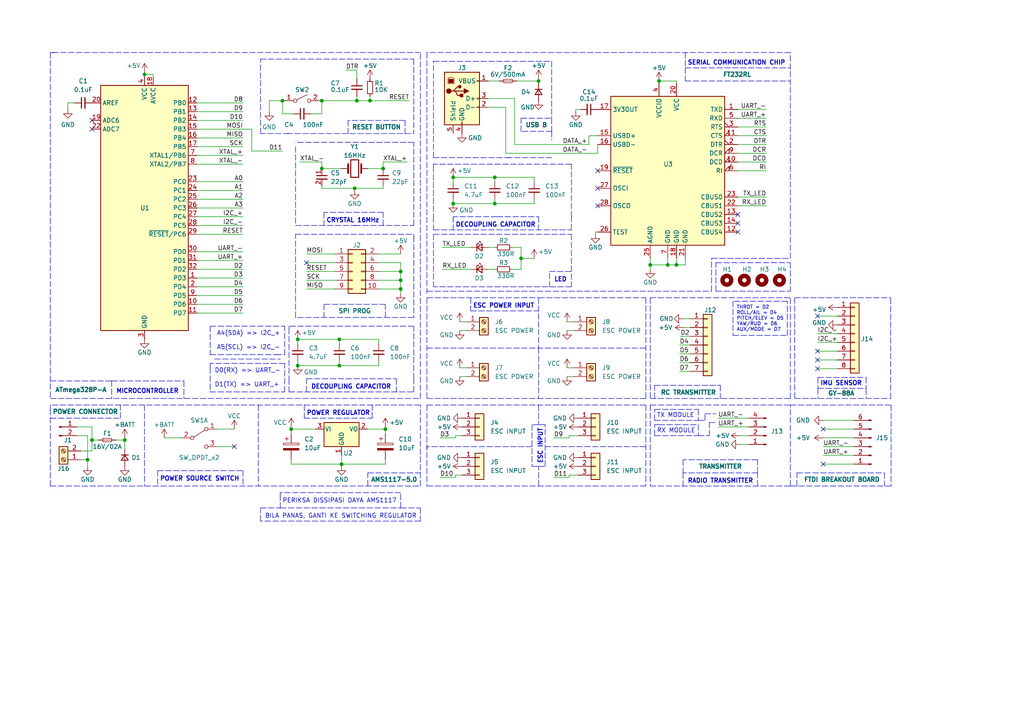
<source format=kicad_sch>
(kicad_sch (version 20211123) (generator eeschema)
  (paper "A4")
  (junction (at 81.915 29.21))
  (junction (at 103.505 29.21))
  (junction (at 25.4 133.35))
  (junction (at 99.06 134.62))
  (junction (at 107.315 29.21))
  (junction (at 196.215 76.835))
  (junction (at 36.195 127.635))
  (junction (at 143.51 51.435))
  (junction (at 41.91 21.59))
  (junction (at 156.21 23.495))
  (junction (at 98.425 98.425))
  (junction (at 93.345 29.21))
  (junction (at 131.445 59.055))
  (junction (at 111.76 124.46))
  (junction (at 98.425 106.045))
  (junction (at 151.13 74.93))
  (junction (at 116.205 83.82))
  (junction (at 193.675 76.835))
  (junction (at 26.67 127.635))
  (junction (at 191.135 23.495))
  (junction (at 86.36 106.045))
  (junction (at 188.595 76.835))
  (junction (at 116.205 78.74))
  (junction (at 131.445 51.435))
  (junction (at 116.205 81.28))
  (junction (at 86.36 98.425))
  (junction (at 111.125 48.895))
  (junction (at 93.345 48.895))
  (junction (at 102.87 54.61))
  (junction (at 84.455 124.46))
  (junction (at 143.51 59.055))
  (no_connect (at 238.76 134.62))
  (no_connect (at 213.995 62.23))
  (no_connect (at 67.945 129.54))
  (no_connect (at 88.9 76.2))
  (no_connect (at 237.109 106.934))
  (no_connect (at 213.995 64.77))
  (no_connect (at 173.355 54.61))
  (no_connect (at 26.67 37.465))
  (no_connect (at 237.109 104.394))
  (no_connect (at 237.109 101.854))
  (no_connect (at 173.355 49.53))
  (no_connect (at 213.995 67.31))
  (no_connect (at 173.355 59.69))
  (no_connect (at 238.76 124.46))
  (no_connect (at 26.67 34.925))
  (no_connect (at 237.109 91.694))
  (polyline (pts (xy 231.14 137.16) (xy 256.54 137.16)))
  (wire (pts (xy 213.995 46.99) (xy 222.25 46.99)))
  (wire (pts (xy 109.855 83.82) (xy 116.205 83.82)))
  (polyline (pts (xy 237.236 109.474) (xy 237.236 112.649)))
  (polyline (pts (xy 156.21 100.965) (xy 156.21 115.57)))
  (polyline (pts (xy 114.935 109.855) (xy 114.935 113.665)))
  (polyline (pts (xy 15.875 15.24) (xy 14.605 15.24)))
  (polyline (pts (xy 228.346 97.282) (xy 228.346 87.376)))
  (wire (pts (xy 154.94 74.93) (xy 151.13 74.93)))
  (wire (pts (xy 85.09 33.02) (xy 81.915 33.02)))
  (polyline (pts (xy 82.55 113.665) (xy 82.55 105.41)))
  (polyline (pts (xy 187.325 115.57) (xy 156.21 115.57)))
  (wire (pts (xy 57.15 37.465) (xy 73.025 37.465)))
  (polyline (pts (xy 165.735 62.865) (xy 165.735 47.625)))
  (wire (pts (xy 160.655 138.43) (xy 165.1 138.43)))
  (wire (pts (xy 156.21 23.495) (xy 156.21 24.13)))
  (wire (pts (xy 196.215 23.495) (xy 196.215 24.13)))
  (wire (pts (xy 237.109 99.314) (xy 242.824 99.314)))
  (polyline (pts (xy 160.02 38.1) (xy 160.02 40.64)))
  (polyline (pts (xy 219.71 137.16) (xy 219.71 133.35)))
  (wire (pts (xy 111.76 134.62) (xy 111.76 133.35)))
  (polyline (pts (xy 125.73 67.945) (xy 125.73 83.185)))
  (polyline (pts (xy 191.135 123.19) (xy 202.565 123.19)))
  (wire (pts (xy 149.225 28.575) (xy 149.225 41.91)))
  (wire (pts (xy 143.51 51.435) (xy 154.94 51.435)))
  (wire (pts (xy 62.865 124.46) (xy 67.945 124.46)))
  (wire (pts (xy 131.445 59.055) (xy 143.51 59.055)))
  (wire (pts (xy 109.855 106.045) (xy 109.855 104.775)))
  (polyline (pts (xy 189.865 121.92) (xy 202.565 121.92)))
  (polyline (pts (xy 165.735 83.185) (xy 125.73 83.185)))
  (polyline (pts (xy 125.73 47.625) (xy 125.73 48.26)))
  (polyline (pts (xy 158.115 135.255) (xy 158.115 123.19)))
  (polyline (pts (xy 120.015 109.855) (xy 120.015 94.615)))
  (wire (pts (xy 173.355 44.45) (xy 173.355 41.91)))
  (wire (pts (xy 33.655 127.635) (xy 36.195 127.635)))
  (wire (pts (xy 198.374 94.996) (xy 200.152 94.996)))
  (polyline (pts (xy 123.825 117.475) (xy 187.325 117.475)))
  (polyline (pts (xy 125.73 45.72) (xy 125.73 17.78)))
  (wire (pts (xy 154.94 59.055) (xy 154.94 57.785)))
  (wire (pts (xy 98.425 106.045) (xy 109.855 106.045)))
  (wire (pts (xy 191.135 23.495) (xy 196.215 23.495)))
  (polyline (pts (xy 154.305 129.54) (xy 123.825 129.54)))
  (wire (pts (xy 78.105 29.21) (xy 81.915 29.21)))
  (polyline (pts (xy 202.565 123.19) (xy 202.565 126.365)))
  (wire (pts (xy 99.06 134.62) (xy 84.455 134.62)))
  (wire (pts (xy 197.104 100.076) (xy 200.152 100.076)))
  (polyline (pts (xy 125.73 48.26) (xy 125.73 62.865)))
  (polyline (pts (xy 41.91 117.475) (xy 41.91 140.97)))
  (polyline (pts (xy 151.13 38.1) (xy 151.13 34.29)))
  (polyline (pts (xy 123.825 24.13) (xy 123.825 85.09)))
  (wire (pts (xy 111.125 48.895) (xy 111.125 46.99)))
  (polyline (pts (xy 158.115 129.54) (xy 187.325 129.54)))
  (wire (pts (xy 127.635 138.43) (xy 132.08 138.43)))
  (wire (pts (xy 128.27 71.755) (xy 136.525 71.755)))
  (polyline (pts (xy 62.23 104.14) (xy 81.28 104.14)))
  (wire (pts (xy 237.109 106.934) (xy 242.824 106.934)))
  (polyline (pts (xy 229.235 140.97) (xy 229.235 117.475)))
  (polyline (pts (xy 160.02 38.1) (xy 151.13 38.1)))
  (wire (pts (xy 57.15 83.185) (xy 70.485 83.185)))
  (wire (pts (xy 127.635 127) (xy 132.08 127)))
  (polyline (pts (xy 106.68 137.16) (xy 121.92 137.16)))
  (wire (pts (xy 86.36 104.775) (xy 86.36 106.045)))
  (wire (pts (xy 111.125 53.975) (xy 111.125 54.61)))
  (wire (pts (xy 86.36 99.695) (xy 86.36 98.425)))
  (polyline (pts (xy 159.385 78.74) (xy 165.735 78.74)))
  (polyline (pts (xy 75.565 147.32) (xy 81.28 147.32)))
  (wire (pts (xy 111.76 123.825) (xy 111.76 124.46)))
  (polyline (pts (xy 120.015 94.615) (xy 83.82 94.615)))
  (wire (pts (xy 168.275 31.75) (xy 167.005 31.75)))
  (polyline (pts (xy 93.98 88.265) (xy 93.98 92.075)))
  (polyline (pts (xy 144.145 62.865) (xy 156.21 62.865)))
  (polyline (pts (xy 14.605 117.475) (xy 14.605 119.38)))
  (polyline (pts (xy 189.865 115.57) (xy 189.865 111.76)))
  (wire (pts (xy 88.9 73.66) (xy 97.155 73.66)))
  (wire (pts (xy 109.855 81.28) (xy 116.205 81.28)))
  (polyline (pts (xy 123.825 86.36) (xy 156.21 86.36)))
  (polyline (pts (xy 70.485 136.525) (xy 70.485 140.97)))
  (wire (pts (xy 103.505 27.94) (xy 103.505 29.21)))
  (wire (pts (xy 133.35 93.345) (xy 135.255 93.345)))
  (polyline (pts (xy 156.21 86.36) (xy 187.325 86.36)))
  (polyline (pts (xy 206.375 74.93) (xy 229.235 74.93)))
  (wire (pts (xy 141.605 71.755) (xy 143.51 71.755)))
  (polyline (pts (xy 82.55 102.87) (xy 82.55 102.87)))
  (polyline (pts (xy 188.595 117.475) (xy 229.235 117.475)))
  (wire (pts (xy 196.215 74.93) (xy 196.215 76.835)))
  (polyline (pts (xy 207.645 84.455) (xy 229.235 84.455)))
  (wire (pts (xy 57.15 85.725) (xy 70.485 85.725)))
  (polyline (pts (xy 202.565 126.365) (xy 205.74 126.365)))
  (polyline (pts (xy 160.02 17.78) (xy 160.02 34.29)))
  (wire (pts (xy 131.445 52.705) (xy 131.445 51.435)))
  (polyline (pts (xy 88.265 117.475) (xy 88.265 121.285)))
  (wire (pts (xy 188.595 74.93) (xy 188.595 76.835)))
  (polyline (pts (xy 14.605 140.97) (xy 121.92 140.97)))
  (wire (pts (xy 111.125 54.61) (xy 102.87 54.61)))
  (wire (pts (xy 238.76 129.54) (xy 247.65 129.54)))
  (wire (pts (xy 213.995 49.53) (xy 222.25 49.53)))
  (polyline (pts (xy 83.185 38.735) (xy 120.015 38.735)))
  (polyline (pts (xy 111.125 61.595) (xy 93.98 61.595)))
  (polyline (pts (xy 60.96 113.665) (xy 82.55 113.665)))
  (wire (pts (xy 57.15 88.265) (xy 70.485 88.265)))
  (wire (pts (xy 109.855 73.66) (xy 116.205 73.66)))
  (polyline (pts (xy 231.14 140.97) (xy 231.14 137.16)))
  (polyline (pts (xy 34.925 121.285) (xy 34.925 117.475)))
  (polyline (pts (xy 117.475 34.925) (xy 117.475 38.735)))
  (wire (pts (xy 98.425 98.425) (xy 98.425 99.695)))
  (wire (pts (xy 88.9 83.82) (xy 97.155 83.82)))
  (polyline (pts (xy 120.015 113.665) (xy 120.015 109.855)))
  (polyline (pts (xy 85.725 92.075) (xy 85.725 67.945)))
  (polyline (pts (xy 116.205 142.875) (xy 81.28 142.875)))
  (polyline (pts (xy 125.73 66.675) (xy 165.735 66.675)))
  (polyline (pts (xy 160.02 34.29) (xy 160.02 38.1)))
  (wire (pts (xy 237.109 101.854) (xy 242.824 101.854)))
  (polyline (pts (xy 156.21 62.865) (xy 156.21 66.675)))
  (polyline (pts (xy 60.96 94.615) (xy 60.96 102.87)))
  (wire (pts (xy 154.94 51.435) (xy 154.94 52.705)))
  (wire (pts (xy 164.465 109.22) (xy 166.37 109.22)))
  (polyline (pts (xy 85.725 67.945) (xy 120.015 67.945)))
  (wire (pts (xy 116.205 81.28) (xy 116.205 83.82)))
  (wire (pts (xy 36.195 127.635) (xy 36.195 130.175)))
  (polyline (pts (xy 32.385 110.49) (xy 53.34 110.49)))
  (wire (pts (xy 86.36 106.045) (xy 98.425 106.045)))
  (polyline (pts (xy 121.92 151.13) (xy 75.565 151.13)))
  (polyline (pts (xy 121.92 140.97) (xy 121.92 117.475)))
  (wire (pts (xy 132.08 137.795) (xy 133.985 137.795)))
  (polyline (pts (xy 188.595 86.36) (xy 188.595 115.57)))
  (wire (pts (xy 131.445 51.435) (xy 143.51 51.435)))
  (polyline (pts (xy 100.965 34.925) (xy 100.965 38.735)))
  (wire (pts (xy 116.205 83.82) (xy 116.205 85.09)))
  (polyline (pts (xy 106.68 140.97) (xy 106.68 137.16)))
  (wire (pts (xy 198.755 74.93) (xy 198.755 76.835)))
  (polyline (pts (xy 14.605 118.745) (xy 14.605 140.97)))
  (wire (pts (xy 62.865 129.54) (xy 67.945 129.54)))
  (polyline (pts (xy 120.015 17.145) (xy 120.015 38.735)))
  (wire (pts (xy 57.15 42.545) (xy 70.485 42.545)))
  (polyline (pts (xy 73.66 111.125) (xy 73.66 111.125)))
  (polyline (pts (xy 156.21 140.97) (xy 156.21 135.255)))
  (wire (pts (xy 132.08 126.365) (xy 133.985 126.365)))
  (wire (pts (xy 133.35 106.68) (xy 135.255 106.68)))
  (wire (pts (xy 22.225 123.825) (xy 26.67 123.825)))
  (polyline (pts (xy 32.385 110.49) (xy 32.385 115.57)))
  (polyline (pts (xy 154.305 123.19) (xy 154.305 135.255)))
  (wire (pts (xy 151.13 74.93) (xy 151.13 78.105)))
  (polyline (pts (xy 88.265 121.285) (xy 107.95 121.285)))
  (polyline (pts (xy 258.445 140.97) (xy 229.235 140.97)))
  (wire (pts (xy 84.455 134.62) (xy 84.455 133.35)))
  (wire (pts (xy 214.63 126.365) (xy 217.17 126.365)))
  (wire (pts (xy 57.15 73.025) (xy 70.485 73.025)))
  (wire (pts (xy 57.15 32.385) (xy 70.485 32.385)))
  (polyline (pts (xy 120.015 65.405) (xy 120.015 41.275)))
  (wire (pts (xy 25.4 133.35) (xy 25.4 135.255)))
  (wire (pts (xy 100.33 20.32) (xy 103.505 20.32)))
  (wire (pts (xy 73.025 43.815) (xy 81.915 43.815)))
  (wire (pts (xy 103.505 29.21) (xy 107.315 29.21)))
  (polyline (pts (xy 82.55 102.87) (xy 82.55 94.615)))
  (wire (pts (xy 191.135 23.495) (xy 191.135 24.13)))
  (wire (pts (xy 173.355 67.31) (xy 172.72 67.31)))
  (wire (pts (xy 99.06 132.08) (xy 99.06 134.62)))
  (wire (pts (xy 93.345 48.895) (xy 99.06 48.895)))
  (wire (pts (xy 109.855 98.425) (xy 109.855 99.695)))
  (polyline (pts (xy 187.325 86.36) (xy 187.325 115.57)))
  (polyline (pts (xy 144.145 62.865) (xy 131.445 62.865)))
  (wire (pts (xy 143.51 59.055) (xy 154.94 59.055)))
  (wire (pts (xy 103.505 22.86) (xy 103.505 20.32)))
  (wire (pts (xy 93.345 29.21) (xy 92.71 29.21)))
  (polyline (pts (xy 83.82 94.615) (xy 83.82 95.25)))
  (polyline (pts (xy 81.28 143.51) (xy 81.28 147.32)))
  (polyline (pts (xy 136.525 86.36) (xy 136.525 89.535)))
  (polyline (pts (xy 187.325 140.97) (xy 123.825 140.97)))
  (wire (pts (xy 213.995 44.45) (xy 222.25 44.45)))
  (polyline (pts (xy 229.235 76.2) (xy 229.235 84.455)))
  (polyline (pts (xy 53.34 110.49) (xy 53.34 115.57)))
  (polyline (pts (xy 188.595 117.475) (xy 188.595 140.97)))
  (polyline (pts (xy 165.735 47.625) (xy 125.73 47.625)))
  (polyline (pts (xy 82.55 105.41) (xy 60.96 105.41)))
  (wire (pts (xy 19.685 29.845) (xy 21.59 29.845)))
  (polyline (pts (xy 189.865 111.76) (xy 208.915 111.76)))
  (wire (pts (xy 170.815 39.37) (xy 173.355 39.37)))
  (polyline (pts (xy 121.92 147.32) (xy 121.92 151.13)))
  (wire (pts (xy 133.35 95.885) (xy 135.255 95.885)))
  (wire (pts (xy 172.72 67.31) (xy 172.72 67.945)))
  (wire (pts (xy 141.605 28.575) (xy 149.225 28.575)))
  (polyline (pts (xy 156.21 123.19) (xy 154.305 123.19)))
  (wire (pts (xy 208.28 121.285) (xy 217.17 121.285)))
  (polyline (pts (xy 125.73 67.945) (xy 165.735 67.945)))
  (polyline (pts (xy 111.76 92.075) (xy 111.76 88.265)))
  (polyline (pts (xy 45.72 136.525) (xy 45.72 140.97)))
  (wire (pts (xy 146.685 31.115) (xy 146.685 44.45)))
  (polyline (pts (xy 123.825 117.475) (xy 123.825 140.97)))
  (wire (pts (xy 170.815 41.91) (xy 170.815 39.37)))
  (wire (pts (xy 57.15 62.865) (xy 70.485 62.865)))
  (polyline (pts (xy 158.115 123.19) (xy 156.21 123.19)))
  (wire (pts (xy 193.675 76.835) (xy 188.595 76.835)))
  (wire (pts (xy 116.205 78.74) (xy 116.205 81.28)))
  (wire (pts (xy 84.455 123.825) (xy 84.455 124.46)))
  (wire (pts (xy 237.109 91.694) (xy 242.824 91.694)))
  (polyline (pts (xy 188.595 140.97) (xy 229.235 140.97)))
  (wire (pts (xy 198.755 76.835) (xy 196.215 76.835)))
  (wire (pts (xy 26.67 123.825) (xy 26.67 127.635)))
  (wire (pts (xy 164.465 93.345) (xy 166.37 93.345)))
  (polyline (pts (xy 93.98 61.595) (xy 93.98 65.405)))
  (wire (pts (xy 165.1 138.43) (xy 165.1 137.795)))
  (polyline (pts (xy 123.825 15.24) (xy 123.825 24.13)))
  (polyline (pts (xy 81.28 142.875) (xy 81.28 143.51)))
  (wire (pts (xy 99.06 134.62) (xy 111.76 134.62)))
  (wire (pts (xy 238.76 134.62) (xy 247.65 134.62)))
  (wire (pts (xy 93.345 48.895) (xy 93.345 46.99)))
  (wire (pts (xy 237.109 96.774) (xy 242.824 96.774)))
  (wire (pts (xy 99.06 134.62) (xy 99.06 135.255)))
  (wire (pts (xy 106.68 124.46) (xy 111.76 124.46)))
  (polyline (pts (xy 230.505 86.36) (xy 258.318 86.36)))
  (wire (pts (xy 73.025 37.465) (xy 73.025 43.815)))
  (polyline (pts (xy 14.605 110.49) (xy 32.385 110.49)))
  (polyline (pts (xy 107.95 121.285) (xy 107.95 117.475)))
  (polyline (pts (xy 189.865 121.92) (xy 189.865 118.745)))
  (polyline (pts (xy 121.92 115.57) (xy 121.92 15.24)))
  (polyline (pts (xy 117.475 34.925) (xy 100.965 34.925)))
  (wire (pts (xy 146.685 31.115) (xy 141.605 31.115)))
  (polyline (pts (xy 198.755 15.24) (xy 198.755 19.685)))
  (polyline (pts (xy 156.21 135.255) (xy 158.115 135.255)))
  (wire (pts (xy 132.08 138.43) (xy 132.08 137.795)))
  (polyline (pts (xy 45.72 136.525) (xy 70.485 136.525)))
  (polyline (pts (xy 83.82 113.665) (xy 120.015 113.665)))
  (polyline (pts (xy 116.205 147.32) (xy 121.92 147.32)))
  (wire (pts (xy 238.76 121.92) (xy 247.65 121.92)))
  (wire (pts (xy 148.59 71.755) (xy 151.13 71.755)))
  (wire (pts (xy 57.15 60.325) (xy 70.485 60.325)))
  (polyline (pts (xy 123.825 100.965) (xy 187.325 100.965)))
  (polyline (pts (xy 188.595 115.57) (xy 229.235 115.57)))
  (polyline (pts (xy 123.825 129.54) (xy 123.825 130.175)))
  (polyline (pts (xy 120.015 67.945) (xy 120.015 69.215)))
  (polyline (pts (xy 251.206 109.474) (xy 251.206 112.649)))
  (wire (pts (xy 57.15 80.645) (xy 70.485 80.645)))
  (polyline (pts (xy 206.375 84.455) (xy 206.375 74.93)))
  (polyline (pts (xy 102.87 65.405) (xy 120.015 65.405)))
  (polyline (pts (xy 205.74 122.555) (xy 207.645 122.555)))
  (polyline (pts (xy 230.505 86.36) (xy 230.505 115.57)))
  (polyline (pts (xy 60.96 94.615) (xy 82.55 94.615)))
  (wire (pts (xy 116.205 76.2) (xy 116.205 78.74)))
  (polyline (pts (xy 207.645 76.2) (xy 229.235 76.2)))
  (wire (pts (xy 57.15 90.805) (xy 70.485 90.805)))
  (polyline (pts (xy 198.12 137.16) (xy 198.12 140.97)))
  (wire (pts (xy 213.995 36.83) (xy 222.25 36.83)))
  (polyline (pts (xy 208.915 111.76) (xy 208.915 115.57)))
  (polyline (pts (xy 202.565 121.92) (xy 204.47 121.92)))
  (polyline (pts (xy 256.54 137.16) (xy 256.54 140.97)))
  (wire (pts (xy 26.67 127.635) (xy 28.575 127.635)))
  (wire (pts (xy 196.215 76.835) (xy 193.675 76.835)))
  (wire (pts (xy 57.15 29.845) (xy 70.485 29.845)))
  (polyline (pts (xy 123.825 115.57) (xy 156.21 115.57)))
  (wire (pts (xy 98.425 98.425) (xy 109.855 98.425)))
  (wire (pts (xy 81.915 29.21) (xy 82.55 29.21)))
  (wire (pts (xy 143.51 57.785) (xy 143.51 59.055)))
  (wire (pts (xy 197.104 105.156) (xy 200.152 105.156)))
  (wire (pts (xy 214.63 128.905) (xy 217.17 128.905)))
  (wire (pts (xy 44.45 21.59) (xy 44.45 22.225)))
  (polyline (pts (xy 212.598 97.282) (xy 228.346 97.282)))
  (polyline (pts (xy 80.01 102.87) (xy 82.55 102.87)))
  (polyline (pts (xy 237.236 112.649) (xy 251.206 112.649)))
  (wire (pts (xy 133.35 109.22) (xy 135.255 109.22)))
  (wire (pts (xy 47.625 127) (xy 52.705 127)))
  (polyline (pts (xy 136.525 89.535) (xy 136.525 90.17)))
  (polyline (pts (xy 88.9 113.665) (xy 88.9 109.855)))
  (wire (pts (xy 93.345 54.61) (xy 93.345 53.975)))
  (wire (pts (xy 238.76 124.46) (xy 247.65 124.46)))
  (wire (pts (xy 197.358 97.536) (xy 200.152 97.536)))
  (polyline (pts (xy 258.445 117.475) (xy 258.445 140.97)))
  (polyline (pts (xy 229.235 115.57) (xy 229.235 86.36)))
  (polyline (pts (xy 116.205 147.32) (xy 116.205 142.875)))
  (wire (pts (xy 57.15 47.625) (xy 70.485 47.625)))
  (wire (pts (xy 167.005 31.75) (xy 167.005 32.385)))
  (wire (pts (xy 197.104 107.696) (xy 200.152 107.696)))
  (polyline (pts (xy 219.71 140.97) (xy 219.71 137.16)))
  (polyline (pts (xy 160.02 45.72) (xy 147.32 45.72)))
  (polyline (pts (xy 125.73 62.865) (xy 125.73 66.675)))
  (wire (pts (xy 213.995 41.91) (xy 222.25 41.91)))
  (wire (pts (xy 57.15 52.705) (xy 70.485 52.705)))
  (wire (pts (xy 57.15 67.945) (xy 70.485 67.945)))
  (polyline (pts (xy 204.47 121.92) (xy 204.47 120.015)))
  (polyline (pts (xy 131.445 62.865) (xy 131.445 66.675)))
  (polyline (pts (xy 147.955 45.72) (xy 125.73 45.72)))
  (polyline (pts (xy 60.96 106.68) (xy 60.96 113.665)))
  (wire (pts (xy 98.425 104.775) (xy 98.425 106.045)))
  (polyline (pts (xy 219.71 137.16) (xy 198.12 137.16)))
  (wire (pts (xy 57.15 45.085) (xy 70.485 45.085)))
  (wire (pts (xy 57.15 34.925) (xy 70.485 34.925)))
  (polyline (pts (xy 229.235 117.475) (xy 258.445 117.475)))
  (polyline (pts (xy 187.325 117.475) (xy 187.325 140.97)))
  (polyline (pts (xy 125.73 17.78) (xy 160.02 17.78)))
  (polyline (pts (xy 81.28 147.32) (xy 116.205 147.32)))
  (polyline (pts (xy 121.92 117.475) (xy 14.605 117.475)))
  (wire (pts (xy 164.465 106.68) (xy 166.37 106.68)))
  (wire (pts (xy 144.78 23.495) (xy 141.605 23.495)))
  (polyline (pts (xy 189.865 126.365) (xy 202.565 126.365)))
  (wire (pts (xy 109.855 78.74) (xy 116.205 78.74)))
  (polyline (pts (xy 237.236 112.776) (xy 237.236 115.57)))
  (wire (pts (xy 25.4 126.365) (xy 25.4 133.35)))
  (wire (pts (xy 84.455 124.46) (xy 84.455 125.73)))
  (polyline (pts (xy 111.76 88.265) (xy 93.98 88.265)))
  (wire (pts (xy 57.15 57.785) (xy 70.485 57.785)))
  (polyline (pts (xy 154.305 135.255) (xy 156.21 135.255)))
  (wire (pts (xy 151.13 78.105) (xy 148.59 78.105)))
  (wire (pts (xy 41.91 21.59) (xy 41.91 22.225)))
  (polyline (pts (xy 204.47 120.015) (xy 207.645 120.015)))
  (polyline (pts (xy 151.13 34.29) (xy 160.02 34.29)))
  (wire (pts (xy 78.105 32.385) (xy 78.105 29.21)))
  (wire (pts (xy 57.15 40.005) (xy 70.485 40.005)))
  (polyline (pts (xy 88.9 109.855) (xy 114.935 109.855)))
  (polyline (pts (xy 156.21 117.475) (xy 156.21 123.19)))
  (wire (pts (xy 86.995 46.99) (xy 93.345 46.99)))
  (wire (pts (xy 238.76 132.08) (xy 247.65 132.08)))
  (wire (pts (xy 111.76 124.46) (xy 111.76 125.73)))
  (polyline (pts (xy 120.015 92.075) (xy 85.725 92.075)))
  (polyline (pts (xy 14.605 15.24) (xy 14.605 115.57)))
  (wire (pts (xy 198.12 92.456) (xy 200.152 92.456)))
  (polyline (pts (xy 83.82 109.855) (xy 83.82 113.665)))
  (wire (pts (xy 213.995 59.69) (xy 222.25 59.69)))
  (polyline (pts (xy 189.865 118.745) (xy 202.565 118.745)))
  (polyline (pts (xy 14.605 115.57) (xy 121.92 115.57)))
  (wire (pts (xy 57.15 75.565) (xy 70.485 75.565)))
  (polyline (pts (xy 159.385 83.185) (xy 159.385 78.74)))
  (wire (pts (xy 86.36 98.425) (xy 98.425 98.425)))
  (wire (pts (xy 208.28 123.825) (xy 217.17 123.825)))
  (wire (pts (xy 213.995 39.37) (xy 222.25 39.37)))
  (wire (pts (xy 19.685 31.75) (xy 19.685 29.845)))
  (polyline (pts (xy 202.565 118.745) (xy 202.565 121.92)))
  (wire (pts (xy 132.08 127) (xy 132.08 126.365)))
  (polyline (pts (xy 229.235 74.93) (xy 229.235 15.24)))
  (wire (pts (xy 107.315 29.21) (xy 118.745 29.21)))
  (wire (pts (xy 102.87 54.61) (xy 93.345 54.61)))
  (wire (pts (xy 213.995 31.75) (xy 222.25 31.75)))
  (wire (pts (xy 156.21 23.495) (xy 156.21 22.86)))
  (polyline (pts (xy 74.93 117.475) (xy 74.93 140.97)))
  (polyline (pts (xy 120.015 68.58) (xy 120.015 92.075)))
  (wire (pts (xy 93.345 29.21) (xy 103.505 29.21)))
  (polyline (pts (xy 258.318 115.57) (xy 258.318 86.36)))
  (wire (pts (xy 88.9 78.74) (xy 97.155 78.74)))
  (wire (pts (xy 93.345 33.02) (xy 93.345 29.21)))
  (wire (pts (xy 143.51 51.435) (xy 143.51 52.705)))
  (wire (pts (xy 165.1 126.365) (xy 167.64 126.365)))
  (wire (pts (xy 111.125 46.99) (xy 118.11 46.99)))
  (wire (pts (xy 91.44 124.46) (xy 84.455 124.46)))
  (polyline (pts (xy 123.825 86.36) (xy 123.825 115.57)))
  (polyline (pts (xy 198.755 23.495) (xy 229.235 23.495)))
  (polyline (pts (xy 198.755 19.685) (xy 198.755 23.495)))
  (polyline (pts (xy 60.96 102.87) (xy 80.645 102.87)))
  (polyline (pts (xy 85.725 65.405) (xy 103.505 65.405)))
  (wire (pts (xy 36.195 127) (xy 36.195 127.635)))
  (wire (pts (xy 141.605 78.105) (xy 143.51 78.105)))
  (wire (pts (xy 237.109 104.394) (xy 242.824 104.394)))
  (polyline (pts (xy 75.565 17.145) (xy 120.015 17.145)))
  (wire (pts (xy 57.15 55.245) (xy 70.485 55.245)))
  (polyline (pts (xy 165.735 66.675) (xy 165.735 62.865)))
  (polyline (pts (xy 205.74 126.365) (xy 205.74 122.555)))
  (wire (pts (xy 88.9 76.2) (xy 97.155 76.2)))
  (wire (pts (xy 213.995 57.15) (xy 222.25 57.15)))
  (polyline (pts (xy 228.346 87.376) (xy 212.598 87.376)))
  (polyline (pts (xy 188.595 86.36) (xy 229.235 86.36)))
  (polyline (pts (xy 15.24 15.24) (xy 121.92 15.24)))
  (wire (pts (xy 102.87 54.61) (xy 102.87 55.245)))
  (wire (pts (xy 26.67 130.81) (xy 26.67 127.635)))
  (wire (pts (xy 165.1 137.795) (xy 167.64 137.795)))
  (polyline (pts (xy 120.015 41.275) (xy 85.725 41.275)))
  (wire (pts (xy 88.9 81.28) (xy 97.155 81.28)))
  (wire (pts (xy 106.68 48.895) (xy 111.125 48.895)))
  (polyline (pts (xy 156.21 86.36) (xy 156.21 100.965)))
  (polyline (pts (xy 60.96 105.41) (xy 60.96 106.68)))
  (polyline (pts (xy 251.206 112.776) (xy 251.206 115.316)))
  (wire (pts (xy 22.225 126.365) (xy 25.4 126.365)))
  (wire (pts (xy 193.675 74.93) (xy 193.675 76.835)))
  (wire (pts (xy 23.495 133.35) (xy 25.4 133.35)))
  (wire (pts (xy 197.104 102.616) (xy 200.152 102.616)))
  (polyline (pts (xy 230.505 115.57) (xy 258.318 115.57)))
  (polyline (pts (xy 189.865 126.365) (xy 189.865 123.19)))
  (wire (pts (xy 57.15 78.105) (xy 70.485 78.105)))
  (wire (pts (xy 90.17 33.02) (xy 93.345 33.02)))
  (polyline (pts (xy 229.235 15.24) (xy 123.825 15.24)))
  (polyline (pts (xy 83.82 95.25) (xy 83.82 109.855)))
  (polyline (pts (xy 198.12 133.35) (xy 198.12 137.16)))
  (polyline (pts (xy 212.598 87.376) (xy 212.598 97.282)))
  (wire (pts (xy 57.15 65.405) (xy 70.485 65.405)))
  (wire (pts (xy 128.27 78.105) (xy 136.525 78.105)))
  (polyline (pts (xy 189.865 123.19) (xy 191.135 123.19)))
  (wire (pts (xy 41.91 21.59) (xy 44.45 21.59)))
  (wire (pts (xy 149.86 23.495) (xy 156.21 23.495)))
  (polyline (pts (xy 219.71 133.35) (xy 198.12 133.35)))
  (wire (pts (xy 188.595 76.835) (xy 188.595 78.105)))
  (polyline (pts (xy 198.755 19.685) (xy 229.235 19.685)))
  (polyline (pts (xy 85.725 42.545) (xy 85.725 65.405)))
  (wire (pts (xy 165.1 127) (xy 165.1 126.365)))
  (wire (pts (xy 109.855 76.2) (xy 116.205 76.2)))
  (wire (pts (xy 238.76 127) (xy 247.65 127)))
  (wire (pts (xy 213.995 34.29) (xy 222.25 34.29)))
  (wire (pts (xy 107.315 27.94) (xy 107.315 29.21)))
  (polyline (pts (xy 165.735 67.945) (xy 165.735 83.185)))
  (wire (pts (xy 164.465 95.885) (xy 166.37 95.885)))
  (wire (pts (xy 81.915 33.02) (xy 81.915 29.21)))
  (wire (pts (xy 149.225 41.91) (xy 170.815 41.91)))
  (wire (pts (xy 23.495 130.81) (xy 26.67 130.81)))
  (polyline (pts (xy 75.565 151.13) (xy 75.565 147.32)))
  (wire (pts (xy 160.655 127) (xy 165.1 127)))
  (polyline (pts (xy 111.125 65.405) (xy 111.125 61.595)))
  (wire (pts (xy 41.91 20.955) (xy 41.91 21.59)))
  (polyline (pts (xy 207.645 84.455) (xy 207.645 76.2)))
  (polyline (pts (xy 123.825 84.455) (xy 206.375 84.455)))
  (polyline (pts (xy 136.525 90.17) (xy 156.21 90.17)))
  (polyline (pts (xy 75.565 38.735) (xy 75.565 17.145)))
  (polyline (pts (xy 14.605 121.285) (xy 34.925 121.285)))
  (wire (pts (xy 151.13 71.755) (xy 151.13 74.93)))
  (wire (pts (xy 131.445 57.785) (xy 131.445 59.055)))
  (wire (pts (xy 173.355 44.45) (xy 146.685 44.45)))
  (polyline (pts (xy 237.236 109.474) (xy 251.206 109.474)))
  (polyline (pts (xy 83.82 38.735) (xy 75.565 38.735)))
  (text "ESC INPUT" (at 157.48 134.62 90) (effects (font (size 1.27 1.27) bold) (justify left bottom)))
  (text "D0(RX) => UART_-\n\nD1(TX) => UART_+" (at 62.23 112.395 0) (effects (font (size 1.27 1.27)) (justify left bottom)))
  (text "DECOUPLING CAPACITOR" (at 132.08 66.04 0) (effects (font (size 1.27 1.27) bold) (justify left bottom)))
  (text "LED" (at 164.465 81.915 180) (effects (font (size 1.27 1.27) bold) (justify right bottom)))
  (text "TX MODULE\n" (at 190.5 121.285 0) (effects (font (size 1.27 1.27)) (justify left bottom)))
  (text "PERIKSA DISSIPASI DAYA AMS1117" (at 81.915 146.05 0) (effects (font (size 1.27 1.27)) (justify left bottom)))
  (text "RADIO TRANSMITTER\n" (at 199.39 140.335 0) (effects (font (size 1.27 1.27) (thickness 0.254) bold) (justify left bottom)))
  (text "BILA PANAS, GANTI KE SWITCHING REGULATOR" (at 76.835 150.495 0) (effects (font (size 1.27 1.27)) (justify left bottom)))
  (text "ESC POWER INPUT" (at 137.16 89.535 0) (effects (font (size 1.27 1.27) bold) (justify left bottom)))
  (text "THROT = D2\nROLL/AIL = D4\nPITCH/ELEV = D5\nYAW/RUD	= D6\nAUX/MODE = D7" (at 213.614 96.266 0) (effects (font (size 1 1)) (justify left bottom)))
  (text "MICROCONTROLLER" (at 33.655 114.3 0) (effects (font (size 1.27 1.27) (thickness 0.254) bold) (justify left bottom)))
  (text "RX MODULE\n" (at 190.5 125.73 0) (effects (font (size 1.27 1.27)) (justify left bottom)))
  (text "A4(SDA) => I2C_+\n\nA5(SCL) => I2C_-\n" (at 62.865 101.6 0) (effects (font (size 1.27 1.27)) (justify left bottom)))
  (text "POWER SOURCE SWITCH" (at 46.355 139.7 0) (effects (font (size 1.27 1.27) bold) (justify left bottom)))
  (text "SERIAL COMMUNICATION CHIP" (at 199.39 19.05 0) (effects (font (size 1.27 1.27) bold) (justify left bottom)))
  (text "IMU SENSOR" (at 237.871 112.014 0) (effects (font (size 1.27 1.27) (thickness 0.254) bold) (justify left bottom)))
  (text "POWER REGULATOR" (at 88.9 120.65 0) (effects (font (size 1.27 1.27) bold) (justify left bottom)))
  (text "DECOUPLING CAPACITOR" (at 90.17 113.03 0) (effects (font (size 1.27 1.27) bold) (justify left bottom)))
  (text "CRYSTAL 16MHz" (at 94.615 64.77 0) (effects (font (size 1.27 1.27) (thickness 0.254) bold) (justify left bottom)))
  (label "D9" (at 160.655 127 0))
  (label "D7" (at 70.485 90.805 180))
  (label "UART_-" (at 222.25 31.75 180))
  (label "DCR" (at 222.25 44.45 180))
  (label "D6" (at 197.104 105.156 0))
  (label "TX_LED" (at 128.27 71.755 0))
  (label "D4" (at 70.485 83.185 180))
  (label "UART_+" (at 222.25 34.29 180))
  (label "UART_+" (at 70.485 75.565 180))
  (label "DATA_+" (at 163.195 41.91 0))
  (label "D8" (at 70.485 29.845 180))
  (label "UART_-" (at 70.485 73.025 180))
  (label "D2" (at 70.485 78.105 180))
  (label "UART_-" (at 208.28 121.285 0))
  (label "DTR" (at 222.25 41.91 180))
  (label "MISO" (at 70.485 40.005 180))
  (label "RX_LED" (at 128.27 78.105 0))
  (label "DCD" (at 222.25 46.99 180))
  (label "UART_-" (at 238.76 129.54 0))
  (label "D3" (at 70.485 80.645 180))
  (label "D10" (at 70.485 34.925 180))
  (label "D11" (at 160.655 138.43 0))
  (label "RX_LED" (at 222.25 59.69 180))
  (label "A0" (at 70.485 52.705 180))
  (label "RESET" (at 88.9 78.74 0))
  (label "D11" (at 81.915 43.815 180))
  (label "D2" (at 197.358 97.536 0))
  (label "TX_LED" (at 222.25 57.15 180))
  (label "SCK" (at 88.9 81.28 0))
  (label "RI" (at 222.25 49.53 180))
  (label "D4" (at 197.104 100.076 0))
  (label "I2C_+" (at 237.109 99.314 0))
  (label "A1" (at 70.485 55.245 180))
  (label "I2C_-" (at 237.109 96.774 0))
  (label "XTAL_-" (at 70.485 47.625 180))
  (label "D5" (at 197.104 102.616 0))
  (label "D5" (at 70.485 85.725 180))
  (label "I2C_+" (at 70.485 62.865 180))
  (label "DTR" (at 100.33 20.32 0))
  (label "D7" (at 197.104 107.696 0))
  (label "UART_+" (at 238.76 132.08 0))
  (label "MISO" (at 88.9 83.82 0))
  (label "I2C_-" (at 70.485 65.405 180))
  (label "SCK" (at 70.485 42.545 180))
  (label "D9" (at 70.485 32.385 180))
  (label "RESET" (at 118.745 29.21 180))
  (label "MOSI" (at 70.485 37.465 180))
  (label "DATA_-" (at 163.195 44.45 0))
  (label "D3" (at 127.635 127 0))
  (label "A3" (at 70.485 60.325 180))
  (label "UART_+" (at 208.28 123.825 0))
  (label "MOSI" (at 88.9 73.66 0))
  (label "D10" (at 127.635 138.43 0))
  (label "XTAL_+" (at 70.485 45.085 180))
  (label "A2" (at 70.485 57.785 180))
  (label "XTAL_-" (at 86.995 46.99 0))
  (label "D6" (at 70.485 88.265 180))
  (label "RESET" (at 70.485 67.945 180))
  (label "XTAL_+" (at 118.11 46.99 180))
  (label "CTS" (at 222.25 39.37 180))
  (label "RTS" (at 222.25 36.83 180))
  (symbol (lib_id "power:GND") (at 238.76 121.92 270) (unit 1)
    (property "Reference" "#PWR0103" (effects hide))
    (property "Value" "GND" (at 234.95 121.9199 90) (effects (justify right)))
  )
  (symbol (lib_id "Device:LED_Small") (at 139.065 71.755 0) (unit 1)
    (property "Reference" "D2" (at 140.335 74.295 0) (effects (justify right)))
    (property "Value" "LED_Small" (effects hide))
    (property "Footprint" "LED_SMD:LED_0805_2012Metric_Pad1.15x1.40mm_HandSolder" (effects hide))
  )
  (symbol (lib_id "power:GND") (at 86.36 106.045 0) (unit 1)
    (property "Reference" "#PWR012" (effects hide))
    (property "Value" "GND" (at 90.17 107.95 0))
  )
  (symbol (lib_id "Connector_Generic:Conn_01x07") (at 205.232 100.076 0) (unit 1)
    (property "Reference" "J12" (at 204.216 89.916 0) (effects (justify left)))
    (property "Value" "RC TRANSMITTER" (at 191.516 113.792 0) (effects (font bold) (justify left)))
    (property "Footprint" "Connector_PinSocket_2.54mm:PinSocket_1x07_P2.54mm_Vertical" (effects hide))
  )
  (symbol (lib_id "power:GND") (at 156.21 29.21 0) (unit 1)
    (property "Reference" "#PWR032" (effects hide))
    (property "Value" "GND" (at 153.035 31.115 0))
  )
  (symbol (lib_id "Connector:Screw_Terminal_01x02") (at 140.335 93.345 0) (unit 1)
    (property "Reference" "J6" (at 143.51 93.3449 0) (effects (justify left)))
    (property "Value" "ESC POWER" (at 143.51 95.8849 0) (effects (justify left)))
    (property "Footprint" "TerminalBlock_Phoenix:TerminalBlock_Phoenix_MKDS-1,5-2-5.08_1x02_P5.08mm_Horizontal" (effects hide))
  )
  (symbol (lib_id "power:GND") (at 116.205 85.09 0) (unit 1)
    (property "Reference" "#PWR018" (effects hide))
    (property "Value" "GND" (at 116.205 88.9 0))
  )
  (symbol (lib_id "power:+5V") (at 111.76 123.825 0) (unit 1)
    (property "Reference" "#PWR016" (effects hide))
    (property "Value" "+5V" (at 114.935 122.555 0))
  )
  (symbol (lib_id "power:GND") (at 25.4 135.255 0) (unit 1)
    (property "Reference" "#PWR02" (effects hide))
    (property "Value" "GND" (at 25.4 139.065 0))
  )
  (symbol (lib_id "power:+BATT") (at 36.195 127 0) (unit 1)
    (property "Reference" "#PWR03" (effects hide))
    (property "Value" "+BATT" (at 36.195 123.19 0))
  )
  (symbol (lib_id "power:GND") (at 131.445 59.055 0) (unit 1)
    (property "Reference" "#PWR020" (effects hide))
    (property "Value" "GND" (at 135.255 60.96 0))
  )
  (symbol (lib_id "power:+5V") (at 238.76 127 90) (unit 1)
    (property "Reference" "#PWR0104" (effects hide))
    (property "Value" "+5V" (at 234.95 126.9999 90) (effects (justify left)))
  )
  (symbol (lib_id "power:+5V") (at 167.64 123.825 90) (unit 1)
    (property "Reference" "#PWR039" (effects hide))
    (property "Value" "+5V" (at 164.465 123.8249 90) (effects (justify left)))
  )
  (symbol (lib_id "power:VCC") (at 164.465 106.68 0) (unit 1)
    (property "Reference" "#PWR035" (effects hide))
    (property "Value" "VCC" (at 160.655 105.41 0))
  )
  (symbol (lib_id "power:GND") (at 102.87 55.245 0) (unit 1)
    (property "Reference" "#PWR014" (effects hide))
    (property "Value" "GND" (at 102.87 59.055 0))
  )
  (symbol (lib_id "power:+5V") (at 41.91 20.955 0) (unit 1)
    (property "Reference" "#PWR05" (effects hide))
    (property "Value" "+5V" (at 38.735 19.05 0))
  )
  (symbol (lib_id "power:+5V") (at 154.94 74.93 0) (unit 1)
    (property "Reference" "#PWR0102" (effects hide))
    (property "Value" "+5V" (at 158.115 73.025 0))
  )
  (symbol (lib_id "power:+5V") (at 133.985 123.825 90) (unit 1)
    (property "Reference" "#PWR027" (effects hide))
    (property "Value" "+5V" (at 130.81 123.8249 90) (effects (justify left)))
  )
  (symbol (lib_id "Device:LED_Small") (at 139.065 78.105 0) (unit 1)
    (property "Reference" "D3" (at 140.335 80.645 0) (effects (justify right)))
    (property "Value" "LED_Small" (effects hide))
    (property "Footprint" "LED_SMD:LED_0805_2012Metric_Pad1.15x1.40mm_HandSolder" (effects hide))
  )
  (symbol (lib_id "power:+5V") (at 167.64 135.255 90) (unit 1)
    (property "Reference" "#PWR041" (effects hide))
    (property "Value" "+5V" (at 164.465 135.255 90) (effects (justify left)))
  )
  (symbol (lib_id "power:VCC") (at 133.35 106.68 0) (unit 1)
    (property "Reference" "#PWR023" (effects hide))
    (property "Value" "VCC" (at 129.54 105.41 0))
  )
  (symbol (lib_id "power:GND") (at 41.91 98.425 0) (unit 1)
    (property "Reference" "#PWR06" (effects hide))
    (property "Value" "GND" (at 41.91 102.235 0))
  )
  (symbol (lib_id "Device:C_Small") (at 24.13 29.845 90) (unit 1)
    (property "Reference" "C1" (at 24.1363 23.495 90))
    (property "Value" "0.1uF" (at 24.1363 26.035 90))
    (property "Footprint" "Capacitor_SMD:C_0805_2012Metric_Pad1.18x1.45mm_HandSolder" (effects hide))
  )
  (symbol (lib_id "power:GND") (at 19.685 31.75 0) (unit 1)
    (property "Reference" "#PWR01" (effects hide))
    (property "Value" "GND" (at 19.685 36.195 0))
  )
  (symbol (lib_id "power:+5V") (at 214.63 126.365 90) (unit 1)
    (property "Reference" "#PWR045" (effects hide))
    (property "Value" "+5V" (at 209.55 126.365 90))
  )
  (symbol (lib_id "power:GND") (at 167.64 132.715 270) (unit 1)
    (property "Reference" "#PWR040" (effects hide))
    (property "Value" "GND" (at 164.465 132.715 90) (effects (justify right)))
  )
  (symbol (lib_id "power:GND") (at 167.64 121.285 270) (unit 1)
    (property "Reference" "#PWR038" (effects hide))
    (property "Value" "GND" (at 164.465 121.2849 90) (effects (justify right)))
  )
  (symbol (lib_id "Connector_Generic:Conn_01x03") (at 172.72 123.825 0) (unit 1)
    (property "Reference" "J10" (at 175.895 122.5549 0) (effects (justify left)))
    (property "Value" "ESC INPUT" (at 175.895 125.0949 0) (effects (justify left)))
    (property "Footprint" "Connector_PinSocket_2.54mm:PinSocket_1x03_P2.54mm_Vertical" (effects hide))
  )
  (symbol (lib_id "Device:C_Small") (at 86.36 102.235 0) (unit 1)
    (property "Reference" "C3" (at 89.535 100.9712 0) (effects (justify left)))
    (property "Value" "4.7uF" (at 89.535 103.5112 0) (effects (justify left)))
    (property "Footprint" "Capacitor_SMD:C_0805_2012Metric_Pad1.18x1.45mm_HandSolder" (effects hide))
  )
  (symbol (lib_id "Device:D_Small") (at 156.21 26.67 270) (unit 1)
    (property "Reference" "D4" (at 151.13 26.67 90) (effects (justify left)))
    (property "Value" "D_Small" (effects hide))
    (property "Footprint" "Diode_SMD:D_SMB_Handsoldering" (effects hide))
  )
  (symbol (lib_id "Mechanical:MountingHole") (at 220.98 81.28 0) (unit 1)
    (property "Reference" "H3" (at 220.345 78.105 0) (effects (justify left)))
    (property "Value" "MountingHole" (effects hide))
    (property "Footprint" "MountingHole:MountingHole_3.2mm_M3_ISO14580_Pad" (effects hide))
  )
  (symbol (lib_id "Device:C_Small") (at 109.855 102.235 0) (unit 1)
    (property "Reference" "C8" (at 113.03 100.9712 0) (effects (justify left)))
    (property "Value" "100nF" (at 113.03 103.5112 0) (effects (justify left)))
    (property "Footprint" "Capacitor_SMD:C_0805_2012Metric_Pad1.18x1.45mm_HandSolder" (effects hide))
  )
  (symbol (lib_id "power:+5V") (at 156.21 22.86 0) (unit 1)
    (property "Reference" "#PWR031" (effects hide))
    (property "Value" "+5V" (at 156.21 19.05 0))
  )
  (symbol (lib_id "Switch:SW_SPST") (at 87.63 29.21 0) (unit 1)
    (property "Reference" "SW2" (at 87.63 26.035 0))
    (property "Value" "RESET BUTTON" (at 109.22 36.83 0) (effects (font bold)))
    (property "Footprint" "Button_Switch_THT:SW_Tactile_SPST_Angled_PTS645Vx31-2LFS" (effects hide))
  )
  (symbol (lib_id "power:+5V") (at 116.205 73.66 0) (unit 1)
    (property "Reference" "#PWR017" (effects hide))
    (property "Value" "+5V" (at 116.205 69.85 0))
  )
  (symbol (lib_id "Switch:SW_DPDT_x2") (at 57.785 127 0) (unit 1)
    (property "Reference" "SW1" (at 57.785 121.92 0))
    (property "Value" "SW_DPDT_x2" (at 57.785 132.715 0))
    (property "Footprint" "Button_Switch_THT:SW_Push_2P2T_Toggle_CK_PVA2xxH4xxxxxxV2" (effects hide))
  )
  (symbol (lib_id "power:GND") (at 167.005 32.385 0) (unit 1)
    (property "Reference" "#PWR037" (effects hide))
    (property "Value" "GND" (at 167.005 36.195 0))
  )
  (symbol (lib_id "power:VCC") (at 67.945 124.46 0) (unit 1)
    (property "Reference" "#PWR08" (effects hide))
    (property "Value" "VCC" (at 67.945 120.65 0))
  )
  (symbol (lib_id "Device:C_Small") (at 131.445 55.245 0) (unit 1)
    (property "Reference" "C11" (at 134.62 53.9812 0) (effects (justify left)))
    (property "Value" "4.7uF" (at 134.62 56.5212 0) (effects (justify left)))
    (property "Footprint" "Capacitor_SMD:C_0805_2012Metric_Pad1.18x1.45mm_HandSolder" (effects hide))
  )
  (symbol (lib_id "MCU_Microchip_ATmega:ATmega328P-A") (at 41.91 60.325 0) (unit 1)
    (property "Reference" "U1" (at 40.64 60.325 0) (effects (justify left)))
    (property "Value" "ATmega328P-A" (at 15.875 113.03 0) (effects (font bold) (justify left)))
    (property "Footprint" "Package_QFP:TQFP-32_7x7mm_P0.8mm" (effects hide))
    (property "Datasheet" "http://ww1.microchip.com/downloads/en/DeviceDoc/ATmega328_P%20AVR%20MCU%20with%20picoPower%20Technology%20Data%20Sheet%2040001984A.pdf" (effects hide))
  )
  (symbol (lib_id "power:+5V") (at 107.315 22.86 0) (unit 1)
    (property "Reference" "#PWR015" (effects hide))
    (property "Value" "+5V" (at 107.315 19.05 0))
  )
  (symbol (lib_id "power:GND") (at 214.63 128.905 270) (unit 1)
    (property "Reference" "#PWR046" (effects hide))
    (property "Value" "GND" (at 209.55 128.905 90))
  )
  (symbol (lib_id "Connector:Conn_01x04_Male") (at 222.25 126.365 180) (unit 1)
    (property "Reference" "J13" (at 223.52 125.095 0) (effects (justify right)))
    (property "Value" "TRANSMITTER" (at 202.565 135.255 0) (effects (font bold) (justify right)))
    (property "Footprint" "Connector_PinSocket_2.54mm:PinSocket_1x04_P2.54mm_Vertical" (effects hide))
  )
  (symbol (lib_id "power:+5V") (at 133.985 135.255 90) (unit 1)
    (property "Reference" "#PWR029" (effects hide))
    (property "Value" "+5V" (at 130.81 135.2549 90) (effects (justify left)))
  )
  (symbol (lib_id "Interface_USB:FT232RL") (at 193.675 49.53 0) (unit 1)
    (property "Reference" "U3" (at 192.405 47.625 0) (effects (justify left)))
    (property "Value" "FT232RL" (at 209.55 21.59 0) (effects (font bold) (justify left)))
    (property "Footprint" "Package_SO:SSOP-28_5.3x10.2mm_P0.65mm" (effects hide))
    (property "Datasheet" "https://www.ftdichip.com/Support/Documents/DataSheets/ICs/DS_FT232R.pdf" (effects hide))
  )
  (symbol (lib_id "Device:C_Small") (at 103.505 25.4 0) (unit 1)
    (property "Reference" "C7" (at 95.885 24.13 0) (effects (justify left)))
    (property "Value" "0.1uF" (at 95.885 26.035 0) (effects (justify left)))
    (property "Footprint" "Capacitor_SMD:C_0805_2012Metric_Pad1.18x1.45mm_HandSolder" (effects hide))
  )
  (symbol (lib_id "Connector:Screw_Terminal_01x02") (at 171.45 93.345 0) (unit 1)
    (property "Reference" "J8" (at 174.625 93.3449 0) (effects (justify left)))
    (property "Value" "ESC POWER" (at 174.625 95.8849 0) (effects (justify left)))
    (property "Footprint" "TerminalBlock_Phoenix:TerminalBlock_Phoenix_MKDS-1,5-2-5.08_1x02_P5.08mm_Horizontal" (effects hide))
  )
  (symbol (lib_id "Connector:Screw_Terminal_01x02") (at 140.335 106.68 0) (unit 1)
    (property "Reference" "J7" (at 143.51 106.6799 0) (effects (justify left)))
    (property "Value" "ESC POWER" (at 143.51 109.2199 0) (effects (justify left)))
    (property "Footprint" "TerminalBlock_Phoenix:TerminalBlock_Phoenix_MKDS-1,5-2-5.08_1x02_P5.08mm_Horizontal" (effects hide))
  )
  (symbol (lib_id "Regulator_Linear:AMS1117-5.0") (at 99.06 124.46 0) (unit 1)
    (property "Reference" "U2" (at 100.965 131.445 0))
    (property "Value" "AMS1117-5.0" (at 114.3 139.065 0) (effects (font bold)))
    (property "Footprint" "Package_TO_SOT_SMD:SOT-223-3_TabPin2" (effects hide))
    (property "Datasheet" "http://www.advanced-monolithic.com/pdf/ds1117.pdf" (effects hide))
  )
  (symbol (lib_id "Device:Fuse_Small") (at 147.32 23.495 0) (unit 1)
    (property "Reference" "F2" (at 147.32 19.685 0))
    (property "Value" "6V/500mA" (at 147.32 21.59 0))
    (property "Footprint" "Fuse:Fuse_1812_4532Metric_Pad1.30x3.40mm_HandSolder" (effects hide))
  )
  (symbol (lib_id "power:GND") (at 133.35 109.22 0) (unit 1)
    (property "Reference" "#PWR024" (effects hide))
    (property "Value" "GND" (at 129.54 110.49 0))
  )
  (symbol (lib_id "Connector:Conn_01x02_Male") (at 17.145 123.825 0) (unit 1)
    (property "Reference" "J1" (at 19.685 127.635 0))
    (property "Value" "POWER CONNECTOR" (at 24.765 119.38 0) (effects (font bold)))
    (property "Footprint" "Connector_AMASS:AMASS_XT60-M_1x02_P7.20mm_Vertical" (effects hide))
  )
  (symbol (lib_id "power:VCC") (at 84.455 123.825 0) (unit 1)
    (property "Reference" "#PWR010" (effects hide))
    (property "Value" "VCC" (at 81.28 122.555 0))
  )
  (symbol (lib_id "power:GND") (at 172.72 67.945 0) (unit 1)
    (property "Reference" "#PWR042" (effects hide))
    (property "Value" "GND" (at 172.72 71.755 0))
  )
  (symbol (lib_id "power:+5V") (at 198.374 94.996 90) (unit 1)
    (property "Reference" "#PWR0106" (effects hide))
    (property "Value" "+5V" (at 195.072 94.996 90) (effects (justify left)))
  )
  (symbol (lib_id "Device:R_Small") (at 146.05 78.105 90) (unit 1)
    (property "Reference" "R3" (at 146.05 76.2 90))
    (property "Value" "330R" (at 146.685 80.01 90))
    (property "Footprint" "Resistor_SMD:R_0805_2012Metric_Pad1.20x1.40mm_HandSolder" (effects hide))
  )
  (symbol (lib_id "Mechanical:MountingHole") (at 210.82 81.28 0) (unit 1)
    (property "Reference" "H1" (at 209.55 78.105 0) (effects (justify left)))
    (property "Value" "MountingHole" (effects hide))
    (property "Footprint" "MountingHole:MountingHole_3.2mm_M3_ISO14580_Pad" (effects hide))
  )
  (symbol (lib_id "power:GND") (at 99.06 135.255 0) (unit 1)
    (property "Reference" "#PWR013" (effects hide))
    (property "Value" "GND" (at 99.06 139.065 0))
  )
  (symbol (lib_id "power:GND") (at 78.105 32.385 0) (unit 1)
    (property "Reference" "#PWR09" (effects hide))
    (property "Value" "GND" (at 78.105 36.83 0))
  )
  (symbol (lib_id "power:GND") (at 198.12 92.456 270) (unit 1)
    (property "Reference" "#PWR0105" (effects hide))
    (property "Value" "GND" (at 195.326 92.456 90) (effects (justify right)))
  )
  (symbol (lib_id "Connector_Generic:Conn_01x03") (at 139.065 123.825 0) (unit 1)
    (property "Reference" "J4" (at 142.24 122.5549 0) (effects (justify left)))
    (property "Value" "ESC INPUT" (at 142.24 125.0949 0) (effects (justify left)))
    (property "Footprint" "Connector_PinSocket_2.54mm:PinSocket_1x03_P2.54mm_Vertical" (effects hide))
  )
  (symbol (lib_id "Device:C_Small") (at 143.51 55.245 0) (unit 1)
    (property "Reference" "C12" (at 146.685 53.9812 0) (effects (justify left)))
    (property "Value" "100nF" (at 146.685 56.5212 0) (effects (justify left)))
    (property "Footprint" "Capacitor_SMD:C_0805_2012Metric_Pad1.18x1.45mm_HandSolder" (effects hide))
  )
  (symbol (lib_id "Device:C_Small") (at 154.94 55.245 0) (unit 1)
    (property "Reference" "C13" (at 158.115 53.9812 0) (effects (justify left)))
    (property "Value" "100nF" (at 158.115 56.5212 0) (effects (justify left)))
    (property "Footprint" "Capacitor_SMD:C_0805_2012Metric_Pad1.18x1.45mm_HandSolder" (effects hide))
  )
  (symbol (lib_id "Device:C_Small") (at 87.63 33.02 90) (unit 1)
    (property "Reference" "C4" (at 83.82 36.195 90))
    (property "Value" "100nF" (at 90.805 36.195 90))
    (property "Footprint" "Capacitor_SMD:C_0805_2012Metric_Pad1.18x1.45mm_HandSolder" (effects hide))
  )
  (symbol (lib_id "Connector:USB_B") (at 133.985 28.575 0) (unit 1)
    (property "Reference" "J3" (at 133.985 19.685 0))
    (property "Value" "USB B" (at 155.575 36.195 0) (effects (font bold)))
    (property "Footprint" "Connector_USB:USB_B_Lumberg_2411_02_Horizontal" (effects hide))
    (property "Datasheet" " ~" (effects hide))
  )
  (symbol (lib_id "power:VCC") (at 133.35 93.345 0) (unit 1)
    (property "Reference" "#PWR021" (effects hide))
    (property "Value" "VCC" (at 129.54 92.075 0))
  )
  (symbol (lib_id "power:GND") (at 133.985 38.735 0) (unit 1)
    (property "Reference" "#PWR025" (effects hide))
    (property "Value" "GND" (at 137.795 40.005 0))
  )
  (symbol (lib_id "Connector:Screw_Terminal_01x02") (at 171.45 106.68 0) (unit 1)
    (property "Reference" "J9" (at 174.625 106.6799 0) (effects (justify left)))
    (property "Value" "ESC POWER" (at 174.625 109.2199 0) (effects (justify left)))
    (property "Footprint" "TerminalBlock_Phoenix:TerminalBlock_Phoenix_MKDS-1,5-2-5.08_1x02_P5.08mm_Horizontal" (effects hide))
  )
  (symbol (lib_id "Mechanical:MountingHole") (at 226.06 81.28 0) (unit 1)
    (property "Reference" "H4" (at 225.425 78.105 0) (effects (justify left)))
    (property "Value" "MountingHole" (effects hide))
    (property "Footprint" "MountingHole:MountingHole_3.2mm_M3_ISO14580_Pad" (effects hide))
  )
  (symbol (lib_id "Connector_Generic:Conn_01x08") (at 247.904 96.774 0) (unit 1)
    (property "Reference" "J14" (at 249.682 98.298 0) (effects (justify left)))
    (property "Value" "GY-88A" (at 240.03 114.046 0) (effects (font bold) (justify left)))
    (property "Footprint" "Connector_PinSocket_2.54mm:PinSocket_1x08_P2.54mm_Vertical" (effects hide))
  )
  (symbol (lib_id "Device:C_Small") (at 170.815 31.75 270) (unit 1)
    (property "Reference" "C14" (at 170.815 26.67 90))
    (property "Value" "0.1uF" (at 170.815 28.575 90))
    (property "Footprint" "Capacitor_SMD:C_0805_2012Metric_Pad1.18x1.45mm_HandSolder" (effects hide))
  )
  (symbol (lib_id "Device:Crystal") (at 102.87 48.895 0) (unit 1)
    (property "Reference" "Y1" (at 102.87 42.545 0))
    (property "Value" "16MHz" (at 102.87 45.085 0))
    (property "Footprint" "Crystal:Crystal_HC49-4H_Vertical" (effects hide))
  )
  (symbol (lib_id "power:+BATT") (at 47.625 127 0) (unit 1)
    (property "Reference" "#PWR07" (effects hide))
    (property "Value" "+BATT" (at 47.625 123.19 0))
  )
  (symbol (lib_id "Device:R_Small") (at 146.05 71.755 90) (unit 1)
    (property "Reference" "R2" (at 146.05 69.85 90))
    (property "Value" "330R" (at 146.685 73.66 90))
    (property "Footprint" "Resistor_SMD:R_0805_2012Metric_Pad1.20x1.40mm_HandSolder" (effects hide))
  )
  (symbol (lib_id "Connector_Generic:Conn_02x05_Odd_Even") (at 102.235 78.74 0) (unit 1)
    (property "Reference" "J2" (at 103.505 71.12 0))
    (property "Value" "SPI PROG" (at 102.87 90.17 0) (effects (font bold)))
    (property "Footprint" "Connector_IDC:IDC-Header_2x05_P2.54mm_Vertical" (effects hide))
  )
  (symbol (lib_id "Device:C_Small") (at 111.125 51.435 0) (unit 1)
    (property "Reference" "C9" (at 113.665 50.1712 0) (effects (justify left)))
    (property "Value" "22pF" (at 113.665 52.7112 0) (effects (justify left)))
    (property "Footprint" "Capacitor_SMD:C_0805_2012Metric_Pad1.18x1.45mm_HandSolder" (effects hide))
  )
  (symbol (lib_id "Device:C_Polarized") (at 84.455 129.54 0) (unit 1)
    (property "Reference" "C2" (at 88.265 127.3809 0) (effects (justify left)))
    (property "Value" "10uF" (at 88.265 129.9209 0) (effects (justify left)))
    (property "Footprint" "Capacitor_Tantalum_SMD:CP_EIA-3216-18_Kemet-A_Pad1.58x1.35mm_HandSolder" (effects hide))
  )
  (symbol (lib_id "Connector:Screw_Terminal_01x02") (at 18.415 133.35 180) (unit 1)
    (property "Reference" "J16" (at 18.415 135.89 0))
    (property "Value" "ESC POWER" (effects hide))
    (property "Footprint" "TerminalBlock_Phoenix:TerminalBlock_Phoenix_MKDS-1,5-2-5.08_1x02_P5.08mm_Horizontal" (effects hide))
  )
  (symbol (lib_id "Device:Fuse_Small") (at 31.115 127.635 0) (unit 1)
    (property "Reference" "F1" (at 31.115 125.73 0))
    (property "Value" "16V/02A" (at 31.115 129.54 0))
    (property "Footprint" "Fuse:Fuse_1812_4532Metric_Pad1.30x3.40mm_HandSolder" (effects hide))
  )
  (symbol (lib_id "power:+5V") (at 242.824 89.154 90) (unit 1)
    (property "Reference" "#PWR047" (effects hide))
    (property "Value" "+5V" (at 239.649 89.789 90) (effects (justify left)))
  )
  (symbol (lib_id "Device:C_Small") (at 98.425 102.235 0) (unit 1)
    (property "Reference" "C6" (at 101.6 100.9712 0) (effects (justify left)))
    (property "Value" "100nF" (at 101.6 103.5112 0) (effects (justify left)))
    (property "Footprint" "Capacitor_SMD:C_0805_2012Metric_Pad1.18x1.45mm_HandSolder" (effects hide))
  )
  (symbol (lib_id "power:GND") (at 133.35 95.885 0) (unit 1)
    (property "Reference" "#PWR022" (effects hide))
    (property "Value" "GND" (at 129.54 97.155 0))
  )
  (symbol (lib_id "Device:D_Small") (at 36.195 132.715 270) (unit 1)
    (property "Reference" "D1" (at 38.1 132.715 90) (effects (justify left)))
    (property "Value" "D_Small" (effects hide))
    (property "Footprint" "Diode_SMD:D_SMB_Handsoldering" (effects hide))
  )
  (symbol (lib_id "Device:R_Small") (at 107.315 25.4 0) (unit 1)
    (property "Reference" "R1" (at 108.585 24.13 0) (effects (justify left)))
    (property "Value" "10K" (at 108.585 26.035 0) (effects (justify left)))
    (property "Footprint" "Resistor_SMD:R_0805_2012Metric_Pad1.20x1.40mm_HandSolder" (effects hide))
  )
  (symbol (lib_id "power:GND") (at 242.824 94.234 270) (unit 1)
    (property "Reference" "#PWR048" (effects hide))
    (property "Value" "GND" (at 239.649 93.599 90) (effects (justify right)))
  )
  (symbol (lib_id "power:GND") (at 133.985 132.715 270) (unit 1)
    (property "Reference" "#PWR028" (effects hide))
    (property "Value" "GND" (at 130.81 132.7149 90) (effects (justify right)))
  )
  (symbol (lib_id "Device:C_Polarized") (at 111.76 129.54 0) (unit 1)
    (property "Reference" "C10" (at 115.57 127.3809 0) (effects (justify left)))
    (property "Value" "10uF" (at 115.57 129.9209 0) (effects (justify left)))
    (property "Footprint" "Capacitor_Tantalum_SMD:CP_EIA-3216-18_Kemet-A_Pad1.58x1.35mm_HandSolder" (effects hide))
  )
  (symbol (lib_name "C_Small_1") (lib_id "Device:C_Small") (at 93.345 51.435 0) (unit 1)
    (property "Reference" "C5" (at 95.885 50.1712 0) (effects (justify left)))
    (property "Value" "22pF" (at 95.885 52.7112 0) (effects (justify left)))
    (property "Footprint" "Capacitor_SMD:C_0805_2012Metric_Pad1.18x1.45mm_HandSolder" (effects hide))
  )
  (symbol (lib_id "Connector_Generic:Conn_01x03") (at 172.72 135.255 0) (unit 1)
    (property "Reference" "J11" (at 175.895 133.9849 0) (effects (justify left)))
    (property "Value" "ESC INPUT" (at 175.895 136.5249 0) (effects (justify left)))
    (property "Footprint" "Connector_PinSocket_2.54mm:PinSocket_1x03_P2.54mm_Vertical" (effects hide))
  )
  (symbol (lib_id "power:+5V") (at 131.445 51.435 0) (unit 1)
    (property "Reference" "#PWR0101" (effects hide))
    (property "Value" "+5V" (at 134.62 49.53 0))
  )
  (symbol (lib_id "power:GND") (at 133.985 121.285 270) (unit 1)
    (property "Reference" "#PWR026" (effects hide))
    (property "Value" "GND" (at 130.81 121.2849 90) (effects (justify right)))
  )
  (symbol (lib_id "power:GND") (at 164.465 109.22 0) (unit 1)
    (property "Reference" "#PWR036" (effects hide))
    (property "Value" "GND" (at 160.655 110.49 0))
  )
  (symbol (lib_id "Connector_Generic:Conn_01x03") (at 139.065 135.255 0) (unit 1)
    (property "Reference" "J5" (at 142.24 133.9849 0) (effects (justify left)))
    (property "Value" "ESC INPUT" (at 142.24 136.5249 0) (effects (justify left)))
    (property "Footprint" "Connector_PinSocket_2.54mm:PinSocket_1x03_P2.54mm_Vertical" (effects hide))
  )
  (symbol (lib_id "Connector:Conn_01x06_Male") (at 252.73 129.54 180) (unit 1)
    (property "Reference" "J15" (at 254 126.9999 0) (effects (justify right)))
    (property "Value" "FTDI BREAKOUT BOARD" (at 233.045 139.065 0) (effects (font bold) (justify right)))
    (property "Footprint" "Connector_PinSocket_2.54mm:PinSocket_1x06_P2.54mm_Vertical" (effects hide))
  )
  (symbol (lib_id "power:+5V") (at 191.135 23.495 0) (unit 1)
    (property "Reference" "#PWR044" (effects hide))
    (property "Value" "+5V" (at 191.135 19.685 0))
  )
  (symbol (lib_id "power:GND") (at 36.195 135.255 0) (unit 1)
    (property "Reference" "#PWR04" (effects hide))
    (property "Value" "GND" (at 36.195 139.065 0))
  )
  (symbol (lib_id "power:GND") (at 164.465 95.885 0) (unit 1)
    (property "Reference" "#PWR034" (effects hide))
    (property "Value" "GND" (at 160.655 97.155 0))
  )
  (symbol (lib_id "power:GND") (at 188.595 78.105 0) (unit 1)
    (property "Reference" "#PWR043" (effects hide))
    (property "Value" "GND" (at 188.595 81.915 0))
  )
  (symbol (lib_id "Mechanical:MountingHole") (at 215.9 81.28 0) (unit 1)
    (property "Reference" "H2" (at 215.265 78.105 0) (effects (justify left)))
    (property "Value" "MountingHole" (effects hide))
    (property "Footprint" "MountingHole:MountingHole_3.2mm_M3_ISO14580_Pad" (effects hide))
  )
  (symbol (lib_id "power:+5V") (at 86.36 98.425 0) (unit 1)
    (property "Reference" "#PWR011" (effects hide))
    (property "Value" "+5V" (at 89.535 96.52 0))
  )
  (symbol (lib_id "power:VCC") (at 164.465 93.345 0) (unit 1)
    (property "Reference" "#PWR033" (effects hide))
    (property "Value" "VCC" (at 160.655 91.44 0))
  )
)
</source>
